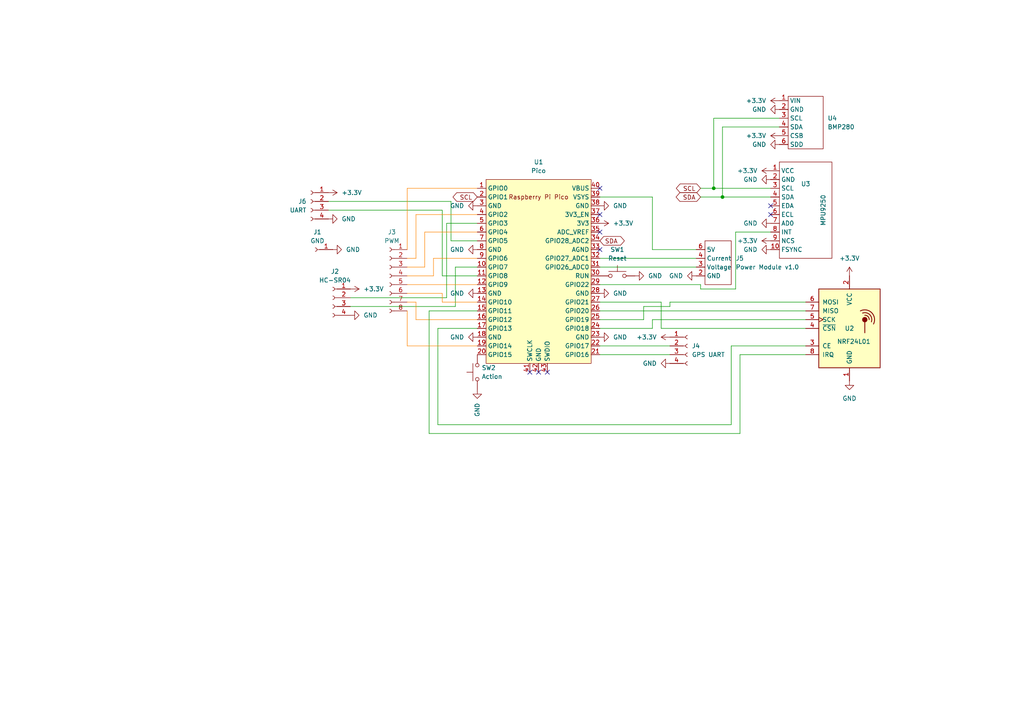
<source format=kicad_sch>
(kicad_sch (version 20211123) (generator eeschema)
  (paper "A4")
  (title_block (title "Lawnmower Deja vu") (company "AlexApps99"))
  (lib_symbols
    (symbol "Connector:Conn_01x01_Female" (pin_names (offset 1.016) hide)
      (property "Reference" "J" (at 0 2.54 0))
      (property "Value" "Conn_01x01_Female" (at 0 -2.54 0))
      (symbol "Conn_01x01_Female_1_1"
        (polyline (pts (xy -1.27 0) (xy -0.508 0)) (stroke (width 0.1524)))
        (arc (start 0 0.508) (mid -0.508 0) (end 0 -0.508) (stroke (width 0.1524)))
        (pin passive line (at -5.08 0 0) (length 3.81) (name "Pin_1") (number "1"))
      )
    )
    (symbol "Connector:Conn_01x04_Female" (pin_names (offset 1.016) hide)
      (property "Reference" "J" (at 0 5.08 0))
      (property "Value" "Conn_01x04_Female" (at 0 -7.62 0))
      (symbol "Conn_01x04_Female_1_1"
        (arc (start 0 -4.572) (mid -0.508 -5.08) (end 0 -5.588) (stroke (width 0.1524)))
        (arc (start 0 -2.032) (mid -0.508 -2.54) (end 0 -3.048) (stroke (width 0.1524)))
        (polyline (pts (xy -1.27 -5.08) (xy -0.508 -5.08)) (stroke (width 0.1524)))
        (polyline (pts (xy -1.27 -2.54) (xy -0.508 -2.54)) (stroke (width 0.1524)))
        (polyline (pts (xy -1.27 0) (xy -0.508 0)) (stroke (width 0.1524)))
        (polyline (pts (xy -1.27 2.54) (xy -0.508 2.54)) (stroke (width 0.1524)))
        (arc (start 0 0.508) (mid -0.508 0) (end 0 -0.508) (stroke (width 0.1524)))
        (arc (start 0 3.048) (mid -0.508 2.54) (end 0 2.032) (stroke (width 0.1524)))
        (pin passive line (at -5.08 2.54 0) (length 3.81) (name "Pin_1") (number "1"))
        (pin passive line (at -5.08 0 0) (length 3.81) (name "Pin_2") (number "2"))
        (pin passive line (at -5.08 -2.54 0) (length 3.81) (name "Pin_3") (number "3"))
        (pin passive line (at -5.08 -5.08 0) (length 3.81) (name "Pin_4") (number "4"))
      )
    )
    (symbol "Connector:Conn_01x08_Female" (pin_names (offset 1.016) hide)
      (property "Reference" "J" (at 0 10.16 0))
      (property "Value" "Conn_01x08_Female" (at 0 -12.7 0))
      (symbol "Conn_01x08_Female_1_1"
        (arc (start 0 -9.652) (mid -0.508 -10.16) (end 0 -10.668) (stroke (width 0.1524)))
        (arc (start 0 -7.112) (mid -0.508 -7.62) (end 0 -8.128) (stroke (width 0.1524)))
        (arc (start 0 -4.572) (mid -0.508 -5.08) (end 0 -5.588) (stroke (width 0.1524)))
        (arc (start 0 -2.032) (mid -0.508 -2.54) (end 0 -3.048) (stroke (width 0.1524)))
        (polyline (pts (xy -1.27 -10.16) (xy -0.508 -10.16)) (stroke (width 0.1524)))
        (polyline (pts (xy -1.27 -7.62) (xy -0.508 -7.62)) (stroke (width 0.1524)))
        (polyline (pts (xy -1.27 -5.08) (xy -0.508 -5.08)) (stroke (width 0.1524)))
        (polyline (pts (xy -1.27 -2.54) (xy -0.508 -2.54)) (stroke (width 0.1524)))
        (polyline (pts (xy -1.27 0) (xy -0.508 0)) (stroke (width 0.1524)))
        (polyline (pts (xy -1.27 2.54) (xy -0.508 2.54)) (stroke (width 0.1524)))
        (polyline (pts (xy -1.27 5.08) (xy -0.508 5.08)) (stroke (width 0.1524)))
        (polyline (pts (xy -1.27 7.62) (xy -0.508 7.62)) (stroke (width 0.1524)))
        (arc (start 0 0.508) (mid -0.508 0) (end 0 -0.508) (stroke (width 0.1524)))
        (arc (start 0 3.048) (mid -0.508 2.54) (end 0 2.032) (stroke (width 0.1524)))
        (arc (start 0 5.588) (mid -0.508 5.08) (end 0 4.572) (stroke (width 0.1524)))
        (arc (start 0 8.128) (mid -0.508 7.62) (end 0 7.112) (stroke (width 0.1524)))
        (pin passive line (at -5.08 7.62 0) (length 3.81) (name "Pin_1") (number "1"))
        (pin passive line (at -5.08 5.08 0) (length 3.81) (name "Pin_2") (number "2"))
        (pin passive line (at -5.08 2.54 0) (length 3.81) (name "Pin_3") (number "3"))
        (pin passive line (at -5.08 0 0) (length 3.81) (name "Pin_4") (number "4"))
        (pin passive line (at -5.08 -2.54 0) (length 3.81) (name "Pin_5") (number "5"))
        (pin passive line (at -5.08 -5.08 0) (length 3.81) (name "Pin_6") (number "6"))
        (pin passive line (at -5.08 -7.62 0) (length 3.81) (name "Pin_7") (number "7"))
        (pin passive line (at -5.08 -10.16 0) (length 3.81) (name "Pin_8") (number "8"))
      )
    )
    (symbol "RF:NRF24L01_Breakout" (pin_names (offset 1.016))
      (property "Reference" "U" (at -8.89 12.7 0))
      (property "Value" "NRF24L01_Breakout" (at 3.81 12.7 0))
      (symbol "NRF24L01_Breakout_0_1"
        (rectangle (start -8.89 11.43) (end 8.89 -11.43) (stroke (width 0.254)) (fill (type background)))
        (polyline (pts (xy 4.445 1.905) (xy 4.445 -1.27)) (stroke (width 0.254)))
        (circle (center 4.445 2.54) (radius 0.635) (stroke (width 0.254)) (fill (type outline)))
        (arc (start 5.715 2.54) (mid 5.3521 3.4546) (end 4.445 3.81) (stroke (width 0.254)))
        (arc (start 6.35 1.905) (mid 5.8763 3.9854) (end 3.81 4.445) (stroke (width 0.254)))
        (arc (start 6.985 1.27) (mid 6.453 4.548) (end 3.175 5.08) (stroke (width 0.254)))
      )
      (symbol "NRF24L01_Breakout_1_1"
        (pin power_in line (at 0 -15.24 90) (length 3.81) (name "GND") (number "1"))
        (pin power_in line (at 0 15.24 270) (length 3.81) (name "VCC") (number "2"))
        (pin input line (at -12.7 -5.08 0) (length 3.81) (name "CE") (number "3"))
        (pin input line (at -12.7 0 0) (length 3.81) (name "~{CSN}") (number "4"))
        (pin input clock (at -12.7 2.54 0) (length 3.81) (name "SCK") (number "5"))
        (pin input line (at -12.7 7.62 0) (length 3.81) (name "MOSI") (number "6"))
        (pin output line (at -12.7 5.08 0) (length 3.81) (name "MISO") (number "7"))
        (pin output line (at -12.7 -7.62 0) (length 3.81) (name "IRQ") (number "8"))
      )
    )
    (symbol "RPi Pico:BMP280"
      (property "Reference" "U" (at 0 0 0))
      (property "Value" "BMP280" (at 3.81 0 90))
      (symbol "BMP280_0_1"
        (rectangle (start -5.08 7.62) (end 5.08 -7.62))
      )
      (symbol "BMP280_1_1"
        (pin power_in line (at -7.62 6.35 0) (length 2.54) (name "VIN") (number "1"))
        (pin power_in line (at -7.62 3.81 0) (length 2.54) (name "GND") (number "2"))
        (pin bidirectional line (at -7.62 1.27 0) (length 2.54) (name "SCL") (number "3"))
        (pin bidirectional line (at -7.62 -1.27 0) (length 2.54) (name "SDA") (number "4"))
        (pin input line (at -7.62 -3.81 0) (length 2.54) (name "CSB") (number "5"))
        (pin input line (at -7.62 -6.35 0) (length 2.54) (name "SDD") (number "6"))
      )
    )
    (symbol "RPi Pico:GM1.0"
      (property "Reference" "J" (at 0 10.16 0))
      (property "Value" "GM1.0" (at 0 7.62 0))
      (symbol "GM1.0_0_1"
        (rectangle (start -3.81 6.35) (end 3.81 -6.35))
      )
      (symbol "GM1.0_1_1"
        (pin passive line (at -6.35 -3.81 0) (length 2.54) hide (name "GND") (number "1"))
        (pin power_out line (at -6.35 -3.81 0) (length 2.54) (name "GND") (number "2"))
        (pin output line (at -6.35 -1.27 0) (length 2.54) (name "Voltage") (number "3"))
        (pin output line (at -6.35 1.27 0) (length 2.54) (name "Current") (number "4"))
        (pin passive line (at -6.35 3.81 0) (length 2.54) hide (name "5V") (number "5"))
        (pin power_out line (at -6.35 3.81 0) (length 2.54) (name "5V") (number "6"))
        (pin no_connect line (at 0 -8.89 90) (length 2.54) hide (name "") (number "MP"))
      )
    )
    (symbol "RPi Pico:MPU9250"
      (property "Reference" "U" (at 0 0 0))
      (property "Value" "MPU9250" (at 5.08 -7.62 90))
      (symbol "MPU9250_0_1"
        (rectangle (start -7.62 6.35) (end 7.62 -21.59))
      )
      (symbol "MPU9250_1_1"
        (pin power_in line (at -10.16 3.81 0) (length 2.54) (name "VCC") (number "1"))
        (pin input line (at -10.16 -19.05 0) (length 2.54) (name "FSYNC") (number "10"))
        (pin power_in line (at -10.16 1.27 0) (length 2.54) (name "GND") (number "2"))
        (pin bidirectional line (at -10.16 -1.27 0) (length 2.54) (name "SCL") (number "3"))
        (pin bidirectional line (at -10.16 -3.81 0) (length 2.54) (name "SDA") (number "4"))
        (pin bidirectional line (at -10.16 -6.35 0) (length 2.54) (name "EDA") (number "5"))
        (pin bidirectional line (at -10.16 -8.89 0) (length 2.54) (name "ECL") (number "6"))
        (pin input line (at -10.16 -11.43 0) (length 2.54) (name "AD0") (number "7"))
        (pin output line (at -10.16 -13.97 0) (length 2.54) (name "INT") (number "8"))
        (pin input line (at -10.16 -16.51 0) (length 2.54) (name "NCS") (number "9"))
      )
    )
    (symbol "RPi Pico:Pico"
      (property "Reference" "U" (at -13.97 27.94 0))
      (property "Value" "Pico" (at 0 19.05 0))
      (symbol "Pico_0_0"
        (text "Raspberry Pi Pico" (at 0 21.59 0) (effects (font (size 1.27 1.27))))
      )
      (symbol "Pico_0_1"
        (rectangle (start -15.24 26.67) (end 15.24 -26.67) (fill (type background)))
      )
      (symbol "Pico_1_1"
        (pin bidirectional line (at -17.78 24.13 0) (length 2.54) (name "GPIO0") (number "1"))
        (pin bidirectional line (at -17.78 1.27 0) (length 2.54) (name "GPIO7") (number "10"))
        (pin bidirectional line (at -17.78 -1.27 0) (length 2.54) (name "GPIO8") (number "11"))
        (pin bidirectional line (at -17.78 -3.81 0) (length 2.54) (name "GPIO9") (number "12"))
        (pin power_in line (at -17.78 -6.35 0) (length 2.54) (name "GND") (number "13"))
        (pin bidirectional line (at -17.78 -8.89 0) (length 2.54) (name "GPIO10") (number "14"))
        (pin bidirectional line (at -17.78 -11.43 0) (length 2.54) (name "GPIO11") (number "15"))
        (pin bidirectional line (at -17.78 -13.97 0) (length 2.54) (name "GPIO12") (number "16"))
        (pin bidirectional line (at -17.78 -16.51 0) (length 2.54) (name "GPIO13") (number "17"))
        (pin power_in line (at -17.78 -19.05 0) (length 2.54) (name "GND") (number "18"))
        (pin bidirectional line (at -17.78 -21.59 0) (length 2.54) (name "GPIO14") (number "19"))
        (pin bidirectional line (at -17.78 21.59 0) (length 2.54) (name "GPIO1") (number "2"))
        (pin bidirectional line (at -17.78 -24.13 0) (length 2.54) (name "GPIO15") (number "20"))
        (pin bidirectional line (at 17.78 -24.13 180) (length 2.54) (name "GPIO16") (number "21"))
        (pin bidirectional line (at 17.78 -21.59 180) (length 2.54) (name "GPIO17") (number "22"))
        (pin power_in line (at 17.78 -19.05 180) (length 2.54) (name "GND") (number "23"))
        (pin bidirectional line (at 17.78 -16.51 180) (length 2.54) (name "GPIO18") (number "24"))
        (pin bidirectional line (at 17.78 -13.97 180) (length 2.54) (name "GPIO19") (number "25"))
        (pin bidirectional line (at 17.78 -11.43 180) (length 2.54) (name "GPIO20") (number "26"))
        (pin bidirectional line (at 17.78 -8.89 180) (length 2.54) (name "GPIO21") (number "27"))
        (pin power_in line (at 17.78 -6.35 180) (length 2.54) (name "GND") (number "28"))
        (pin bidirectional line (at 17.78 -3.81 180) (length 2.54) (name "GPIO22") (number "29"))
        (pin power_in line (at -17.78 19.05 0) (length 2.54) (name "GND") (number "3"))
        (pin input line (at 17.78 -1.27 180) (length 2.54) (name "RUN") (number "30"))
        (pin bidirectional line (at 17.78 1.27 180) (length 2.54) (name "GPIO26_ADC0") (number "31"))
        (pin bidirectional line (at 17.78 3.81 180) (length 2.54) (name "GPIO27_ADC1") (number "32"))
        (pin power_in line (at 17.78 6.35 180) (length 2.54) (name "AGND") (number "33"))
        (pin bidirectional line (at 17.78 8.89 180) (length 2.54) (name "GPIO28_ADC2") (number "34"))
        (pin power_out line (at 17.78 11.43 180) (length 2.54) (name "ADC_VREF") (number "35"))
        (pin power_out line (at 17.78 13.97 180) (length 2.54) (name "3V3") (number "36"))
        (pin input line (at 17.78 16.51 180) (length 2.54) (name "3V3_EN") (number "37"))
        (pin power_in line (at 17.78 19.05 180) (length 2.54) (name "GND") (number "38"))
        (pin power_in line (at 17.78 21.59 180) (length 2.54) (name "VSYS") (number "39"))
        (pin bidirectional line (at -17.78 16.51 0) (length 2.54) (name "GPIO2") (number "4"))
        (pin power_in line (at 17.78 24.13 180) (length 2.54) (name "VBUS") (number "40"))
        (pin input line (at -2.54 -29.21 90) (length 2.54) (name "SWCLK") (number "41"))
        (pin power_in line (at 0 -29.21 90) (length 2.54) (name "GND") (number "42"))
        (pin bidirectional line (at 2.54 -29.21 90) (length 2.54) (name "SWDIO") (number "43"))
        (pin bidirectional line (at -17.78 13.97 0) (length 2.54) (name "GPIO3") (number "5"))
        (pin bidirectional line (at -17.78 11.43 0) (length 2.54) (name "GPIO4") (number "6"))
        (pin bidirectional line (at -17.78 8.89 0) (length 2.54) (name "GPIO5") (number "7"))
        (pin power_in line (at -17.78 6.35 0) (length 2.54) (name "GND") (number "8"))
        (pin bidirectional line (at -17.78 3.81 0) (length 2.54) (name "GPIO6") (number "9"))
      )
    )
    (symbol "Switch:SW_Push" (pin_numbers hide) (pin_names (offset 1.016) hide)
      (property "Reference" "SW" (at 1.27 2.54 0))
      (property "Value" "SW_Push" (at 0 -1.524 0))
      (symbol "SW_Push_0_1"
        (circle (center -2.032 0) (radius 0.508))
        (polyline (pts (xy 0 1.27) (xy 0 3.048)))
        (polyline (pts (xy 2.54 1.27) (xy -2.54 1.27)))
        (circle (center 2.032 0) (radius 0.508))
        (pin passive line (at -5.08 0 0) (length 2.54) (name "1") (number "1"))
        (pin passive line (at 5.08 0 180) (length 2.54) (name "2") (number "2"))
      )
    )
    (symbol "power:+3.3V" (power) (pin_names (offset 0))
      (property "Value" "+3.3V" (at 0 3.556 0))
      (symbol "+3.3V_0_1"
        (polyline (pts (xy -0.762 1.27) (xy 0 2.54)))
        (polyline (pts (xy 0 0) (xy 0 2.54)))
        (polyline (pts (xy 0 2.54) (xy 0.762 1.27)))
      )
      (symbol "+3.3V_1_1"
        (pin power_in line (at 0 0 90) (length 0) hide (name "+3.3V") (number "1"))
      )
    )
    (symbol "power:GND" (power) (pin_names (offset 0))
      (property "Value" "GND" (at 0 -3.81 0))
      (symbol "GND_0_1"
        (polyline (pts (xy 0 0) (xy 0 -1.27) (xy 1.27 -1.27) (xy 0 -2.54) (xy -1.27 -1.27) (xy 0 -1.27)))
      )
      (symbol "GND_1_1"
        (pin power_in line (at 0 0 270) (length 0) hide (name "GND") (number "1"))
      )
    )
  )
  (junction (at 207.01 54.61))
  (junction (at 209.55 57.15))
  (no_connect (at 223.52 62.23))
  (no_connect (at 223.52 59.69))
  (no_connect (at 173.99 67.31))
  (no_connect (at 173.99 62.23))
  (no_connect (at 173.99 72.39))
  (no_connect (at 173.99 54.61))
  (no_connect (at 153.67 107.95))
  (no_connect (at 156.21 107.95))
  (no_connect (at 158.75 107.95))
  (wire (pts (xy 130.81 69.85) (xy 130.81 58.42)))
  (wire (pts (xy 233.68 95.25) (xy 191.77 95.25)))
  (wire (pts (xy 124.46 125.73) (xy 124.46 90.17)))
  (wire (pts (xy 118.11 90.17) (xy 118.11 100.33)) (stroke (width 0) (color 255 136 8 1)))
  (wire (pts (xy 203.2 57.15) (xy 209.55 57.15)))
  (wire (pts (xy 209.55 36.83) (xy 209.55 57.15)))
  (wire (pts (xy 191.77 95.25) (xy 191.77 87.63)))
  (wire (pts (xy 214.63 102.87) (xy 214.63 125.73)))
  (wire (pts (xy 233.68 87.63) (xy 194.31 87.63)))
  (wire (pts (xy 130.81 58.42) (xy 95.25 58.42)))
  (wire (pts (xy 118.11 72.39) (xy 118.11 54.61)) (stroke (width 0) (color 255 136 8 1)))
  (wire (pts (xy 194.31 88.9) (xy 186.69 88.9)))
  (wire (pts (xy 120.65 87.63) (xy 120.65 92.71)) (stroke (width 0) (color 255 136 8 1)))
  (wire (pts (xy 118.11 74.93) (xy 120.65 74.93)) (stroke (width 0) (color 255 136 8 1)))
  (wire (pts (xy 213.36 83.82) (xy 203.2 83.82)))
  (wire (pts (xy 203.2 83.82) (xy 203.2 82.55)))
  (wire (pts (xy 123.19 67.31) (xy 138.43 67.31)) (stroke (width 0) (color 255 136 8 1)))
  (wire (pts (xy 191.77 87.63) (xy 173.99 87.63)))
  (wire (pts (xy 207.01 54.61) (xy 223.52 54.61)))
  (wire (pts (xy 186.69 88.9) (xy 186.69 92.71)))
  (wire (pts (xy 233.68 92.71) (xy 189.23 92.71)))
  (wire (pts (xy 118.11 54.61) (xy 138.43 54.61)) (stroke (width 0) (color 255 136 8 1)))
  (wire (pts (xy 128.27 60.96) (xy 95.25 60.96)))
  (wire (pts (xy 127 95.25) (xy 138.43 95.25)))
  (wire (pts (xy 233.68 100.33) (xy 212.09 100.33)))
  (wire (pts (xy 128.27 87.63) (xy 138.43 87.63)) (stroke (width 0) (color 255 136 8 1)))
  (wire (pts (xy 189.23 57.15) (xy 173.99 57.15)))
  (wire (pts (xy 120.65 92.71) (xy 138.43 92.71)) (stroke (width 0) (color 255 136 8 1)))
  (wire (pts (xy 118.11 82.55) (xy 138.43 82.55)) (stroke (width 0) (color 255 136 8 1)))
  (wire (pts (xy 101.6 88.9) (xy 132.08 88.9)))
  (wire (pts (xy 203.2 82.55) (xy 173.99 82.55)))
  (wire (pts (xy 209.55 57.15) (xy 223.52 57.15)))
  (wire (pts (xy 214.63 125.73) (xy 124.46 125.73)))
  (wire (pts (xy 173.99 100.33) (xy 194.31 100.33)))
  (wire (pts (xy 203.2 54.61) (xy 207.01 54.61)))
  (wire (pts (xy 223.52 67.31) (xy 213.36 67.31)))
  (wire (pts (xy 120.65 62.23) (xy 138.43 62.23)) (stroke (width 0) (color 255 136 8 1)))
  (wire (pts (xy 207.01 34.29) (xy 207.01 54.61)))
  (wire (pts (xy 214.63 102.87) (xy 233.68 102.87)))
  (wire (pts (xy 138.43 69.85) (xy 130.81 69.85)))
  (wire (pts (xy 213.36 67.31) (xy 213.36 83.82)))
  (wire (pts (xy 118.11 100.33) (xy 138.43 100.33)) (stroke (width 0) (color 255 136 8 1)))
  (wire (pts (xy 189.23 95.25) (xy 173.99 95.25)))
  (wire (pts (xy 118.11 85.09) (xy 128.27 85.09)) (stroke (width 0) (color 255 136 8 1)))
  (wire (pts (xy 118.11 87.63) (xy 120.65 87.63)) (stroke (width 0) (color 255 136 8 1)))
  (wire (pts (xy 132.08 88.9) (xy 132.08 77.47)))
  (wire (pts (xy 201.93 72.39) (xy 189.23 72.39)))
  (wire (pts (xy 194.31 87.63) (xy 194.31 88.9)))
  (wire (pts (xy 124.46 90.17) (xy 138.43 90.17)))
  (wire (pts (xy 125.73 74.93) (xy 138.43 74.93)) (stroke (width 0) (color 255 136 8 1)))
  (wire (pts (xy 189.23 92.71) (xy 189.23 95.25)))
  (wire (pts (xy 128.27 85.09) (xy 128.27 87.63)) (stroke (width 0) (color 255 136 8 1)))
  (wire (pts (xy 212.09 100.33) (xy 212.09 123.19)))
  (wire (pts (xy 123.19 77.47) (xy 123.19 67.31)) (stroke (width 0) (color 255 136 8 1)))
  (wire (pts (xy 173.99 90.17) (xy 233.68 90.17)))
  (wire (pts (xy 226.06 34.29) (xy 207.01 34.29)))
  (wire (pts (xy 128.27 80.01) (xy 128.27 60.96)))
  (wire (pts (xy 173.99 74.93) (xy 201.93 74.93)))
  (wire (pts (xy 125.73 80.01) (xy 125.73 74.93)) (stroke (width 0) (color 255 136 8 1)))
  (wire (pts (xy 129.54 64.77) (xy 138.43 64.77)))
  (wire (pts (xy 118.11 80.01) (xy 125.73 80.01)) (stroke (width 0) (color 255 136 8 1)))
  (wire (pts (xy 173.99 102.87) (xy 194.31 102.87)))
  (wire (pts (xy 132.08 77.47) (xy 138.43 77.47)))
  (wire (pts (xy 120.65 74.93) (xy 120.65 62.23)) (stroke (width 0) (color 255 136 8 1)))
  (wire (pts (xy 129.54 86.36) (xy 129.54 64.77)))
  (wire (pts (xy 226.06 36.83) (xy 209.55 36.83)))
  (wire (pts (xy 212.09 123.19) (xy 127 123.19)))
  (wire (pts (xy 173.99 77.47) (xy 201.93 77.47)))
  (wire (pts (xy 138.43 80.01) (xy 128.27 80.01)))
  (wire (pts (xy 118.11 77.47) (xy 123.19 77.47)) (stroke (width 0) (color 255 136 8 1)))
  (wire (pts (xy 186.69 92.71) (xy 173.99 92.71)))
  (wire (pts (xy 189.23 72.39) (xy 189.23 57.15)))
  (wire (pts (xy 127 123.19) (xy 127 95.25)))
  (wire (pts (xy 101.6 86.36) (xy 129.54 86.36)))
  (global_label "SDA" (shape bidirectional) (at 203.2 57.15 180) (property "Intersheet References" "${INTERSHEET_REFS}" (effects hide)))
  (global_label "SCL" (shape bidirectional) (at 203.2 54.61 180) (property "Intersheet References" "${INTERSHEET_REFS}" (effects hide)))
  (global_label "SCL" (shape bidirectional) (at 138.43 57.15 180) (property "Intersheet References" "${INTERSHEET_REFS}" (effects hide)))
  (global_label "SDA" (shape bidirectional) (at 173.99 69.85 0) (property "Intersheet References" "${INTERSHEET_REFS}" (effects hide)))
  (symbol (lib_id "power:GND") (at 173.99 59.69 90) (unit 1)
    (property "Reference" "#PWR010" (effects hide))
    (property "Value" "GND" (at 177.8 59.6899 90) (effects (justify right)))
  )
  (symbol (lib_id "Switch:SW_Push") (at 179.07 80.01 0) (unit 1)
    (property "Reference" "SW1" (at 179.07 72.39 0))
    (property "Value" "Reset" (at 179.07 74.93 0))
    (property "Footprint" "Button_Switch_THT:SW_PUSH_6mm_H8mm" (effects hide))
  )
  (symbol (lib_id "RPi Pico:BMP280") (at 233.68 35.56 0) (unit 1)
    (property "Reference" "U4" (at 240.03 34.2899 0) (effects (justify left)))
    (property "Value" "BMP280" (at 240.03 36.8299 0) (effects (justify left)))
    (property "Footprint" "MCU_RaspberryPi_and_Boards:BMP280" (effects hide))
  )
  (symbol (lib_id "power:+3.3V") (at 223.52 49.53 90) (unit 1)
    (property "Reference" "#PWR019" (effects hide))
    (property "Value" "+3.3V" (at 219.71 49.5299 90) (effects (justify left)))
  )
  (symbol (lib_id "power:+3.3V") (at 226.06 29.21 90) (unit 1)
    (property "Reference" "#PWR026" (effects hide))
    (property "Value" "+3.3V" (at 222.25 29.2099 90) (effects (justify left)))
  )
  (symbol (lib_id "power:+3.3V") (at 194.31 97.79 90) (unit 1)
    (property "Reference" "#PWR017" (effects hide))
    (property "Value" "+3.3V" (at 190.5 97.7899 90) (effects (justify left)))
  )
  (symbol (lib_id "power:GND") (at 138.43 113.03 0) (unit 1)
    (property "Reference" "#PWR016" (effects hide))
    (property "Value" "GND" (at 138.4299 116.84 90) (effects (justify right)))
  )
  (symbol (lib_id "power:GND") (at 223.52 72.39 270) (unit 1)
    (property "Reference" "#PWR023" (effects hide))
    (property "Value" "GND" (at 219.71 72.3899 90) (effects (justify right)))
  )
  (symbol (lib_id "power:GND") (at 173.99 97.79 90) (unit 1)
    (property "Reference" "#PWR013" (effects hide))
    (property "Value" "GND" (at 177.8 97.7899 90) (effects (justify right)))
  )
  (symbol (lib_id "power:GND") (at 138.43 85.09 270) (unit 1)
    (property "Reference" "#PWR06" (effects hide))
    (property "Value" "GND" (at 134.62 85.0899 90) (effects (justify right)))
  )
  (symbol (lib_id "Connector:Conn_01x04_Female") (at 90.17 58.42 0) (mirror y) (unit 1)
    (property "Reference" "J6" (at 88.9 58.4199 0) (effects (justify left)))
    (property "Value" "UART" (at 88.9 60.9599 0) (effects (justify left)))
    (property "Footprint" "Connector_PinSocket_2.54mm:PinSocket_1x04_P2.54mm_Vertical" (effects hide))
  )
  (symbol (lib_id "power:GND") (at 194.31 105.41 270) (unit 1)
    (property "Reference" "#PWR018" (effects hide))
    (property "Value" "GND" (at 190.5 105.4099 90) (effects (justify right)))
  )
  (symbol (lib_id "power:GND") (at 226.06 31.75 270) (unit 1)
    (property "Reference" "#PWR027" (effects hide))
    (property "Value" "GND" (at 222.25 31.7499 90) (effects (justify right)))
  )
  (symbol (lib_id "power:+3.3V") (at 173.99 64.77 270) (unit 1)
    (property "Reference" "#PWR011" (effects hide))
    (property "Value" "+3.3V" (at 177.8 64.7699 90) (effects (justify left)))
  )
  (symbol (lib_id "Switch:SW_Push") (at 138.43 107.95 90) (mirror x) (unit 1)
    (property "Reference" "SW2" (at 139.7 106.6799 90) (effects (justify right)))
    (property "Value" "Action" (at 139.7 109.2199 90) (effects (justify right)))
    (property "Footprint" "Button_Switch_THT:SW_PUSH_6mm_H8mm" (effects hide))
  )
  (symbol (lib_id "power:GND") (at 95.25 63.5 90) (mirror x) (unit 1)
    (property "Reference" "#PWR024" (effects hide))
    (property "Value" "GND" (at 99.06 63.4999 90) (effects (justify right)))
  )
  (symbol (lib_id "RPi Pico:GM1.0") (at 208.28 76.2 0) (unit 1)
    (property "Reference" "J5" (at 213.36 74.9299 0) (effects (justify left)))
    (property "Value" "Power Module v1.0" (at 213.36 77.4699 0) (effects (justify left)))
    (property "Footprint" "Connector_JST:JST_GH_SM06B-GHS-TB_1x06-1MP_P1.25mm_Horizontal" (effects hide))
  )
  (symbol (lib_id "power:+3.3V") (at 95.25 55.88 270) (mirror x) (unit 1)
    (property "Reference" "#PWR09" (effects hide))
    (property "Value" "+3.3V" (at 99.06 55.8799 90) (effects (justify left)))
  )
  (symbol (lib_id "power:GND") (at 138.43 97.79 270) (unit 1)
    (property "Reference" "#PWR07" (effects hide))
    (property "Value" "GND" (at 134.62 97.7899 90) (effects (justify right)))
  )
  (symbol (lib_id "power:GND") (at 223.52 52.07 270) (unit 1)
    (property "Reference" "#PWR020" (effects hide))
    (property "Value" "GND" (at 219.71 52.0699 90) (effects (justify right)))
  )
  (symbol (lib_id "Connector:Conn_01x04_Female") (at 199.39 100.33 0) (unit 1)
    (property "Reference" "J4" (at 200.66 100.3299 0) (effects (justify left)))
    (property "Value" "GPS UART" (at 200.66 102.8699 0) (effects (justify left)))
    (property "Footprint" "Connector_PinSocket_2.54mm:PinSocket_1x04_P2.54mm_Vertical" (effects hide))
  )
  (symbol (lib_id "power:GND") (at 138.43 59.69 270) (unit 1)
    (property "Reference" "#PWR04" (effects hide))
    (property "Value" "GND" (at 134.62 59.6899 90) (effects (justify right)))
  )
  (symbol (lib_id "power:GND") (at 138.43 72.39 270) (unit 1)
    (property "Reference" "#PWR05" (effects hide))
    (property "Value" "GND" (at 134.62 72.3899 90) (effects (justify right)))
  )
  (symbol (lib_id "power:GND") (at 201.93 80.01 270) (unit 1)
    (property "Reference" "#PWR025" (effects hide))
    (property "Value" "GND" (at 198.12 80.0099 90) (effects (justify right)))
  )
  (symbol (lib_id "RPi Pico:Pico") (at 156.21 78.74 0) (unit 1)
    (property "Reference" "U1" (at 156.21 46.99 0))
    (property "Value" "Pico" (at 156.21 49.53 0))
    (property "Footprint" "MCU_RaspberryPi_and_Boards:RPi_Pico_SMD_TH" (effects hide))
  )
  (symbol (lib_id "power:GND") (at 96.52 72.39 90) (mirror x) (unit 1)
    (property "Reference" "#PWR01" (effects hide))
    (property "Value" "GND" (at 100.33 72.3899 90) (effects (justify right)))
  )
  (symbol (lib_id "Connector:Conn_01x08_Female") (at 113.03 80.01 0) (mirror y) (unit 1)
    (property "Reference" "J3" (at 113.665 67.31 0))
    (property "Value" "PWM" (at 113.665 69.85 0))
    (property "Footprint" "Connector_PinSocket_2.54mm:PinSocket_1x08_P2.54mm_Vertical" (effects hide))
  )
  (symbol (lib_id "power:GND") (at 184.15 80.01 90) (unit 1)
    (property "Reference" "#PWR015" (effects hide))
    (property "Value" "GND" (at 187.96 80.0099 90) (effects (justify right)))
  )
  (symbol (lib_id "power:+3.3V") (at 223.52 69.85 90) (unit 1)
    (property "Reference" "#PWR022" (effects hide))
    (property "Value" "+3.3V" (at 219.71 69.8499 90) (effects (justify left)))
  )
  (symbol (lib_id "power:GND") (at 246.38 110.49 0) (unit 1)
    (property "Reference" "#PWR08" (effects hide))
    (property "Value" "GND" (at 246.38 115.57 0))
  )
  (symbol (lib_id "power:GND") (at 223.52 64.77 270) (unit 1)
    (property "Reference" "#PWR021" (effects hide))
    (property "Value" "GND" (at 219.71 64.7699 90) (effects (justify right)))
  )
  (symbol (lib_id "power:GND") (at 226.06 41.91 270) (unit 1)
    (property "Reference" "#PWR029" (effects hide))
    (property "Value" "GND" (at 222.25 41.9099 90) (effects (justify right)))
  )
  (symbol (lib_id "power:+3.3V") (at 226.06 39.37 90) (unit 1)
    (property "Reference" "#PWR028" (effects hide))
    (property "Value" "+3.3V" (at 222.25 39.3699 90) (effects (justify left)))
  )
  (symbol (lib_id "Connector:Conn_01x04_Female") (at 96.52 86.36 0) (mirror y) (unit 1)
    (property "Reference" "J2" (at 97.155 78.74 0))
    (property "Value" "HC-SR04" (at 97.155 81.28 0))
    (property "Footprint" "Connector_PinSocket_2.54mm:PinSocket_1x04_P2.54mm_Vertical" (effects hide))
  )
  (symbol (lib_id "power:+3.3V") (at 101.6 83.82 270) (mirror x) (unit 1)
    (property "Reference" "#PWR02" (effects hide))
    (property "Value" "+3.3V" (at 105.41 83.8199 90) (effects (justify left)))
  )
  (symbol (lib_id "RPi Pico:MPU9250") (at 233.68 53.34 0) (unit 1)
    (property "Reference" "U3" (at 233.68 53.34 0))
    (property "Value" "MPU9250" (at 238.76 60.96 90))
    (property "Footprint" "MCU_RaspberryPi_and_Boards:MPU9250" (effects hide))
  )
  (symbol (lib_id "power:+3.3V") (at 246.38 80.01 0) (unit 1)
    (property "Reference" "#PWR014" (effects hide))
    (property "Value" "+3.3V" (at 246.38 74.93 0))
  )
  (symbol (lib_id "power:GND") (at 173.99 85.09 90) (unit 1)
    (property "Reference" "#PWR012" (effects hide))
    (property "Value" "GND" (at 177.8 85.0899 90) (effects (justify right)))
  )
  (symbol (lib_id "Connector:Conn_01x01_Female") (at 91.44 72.39 180) (unit 1)
    (property "Reference" "J1" (at 92.075 67.31 0))
    (property "Value" "GND" (at 92.075 69.85 0))
    (property "Footprint" "MCU_RaspberryPi_and_Boards:PowerRail8" (effects hide))
  )
  (symbol (lib_id "RF:NRF24L01_Breakout") (at 246.38 95.25 0) (unit 1)
    (property "Reference" "U2" (at 246.38 95.25 0))
    (property "Value" "NRF24L01" (at 247.65 99.06 0))
    (property "Footprint" "RF_Module:nRF24L01_Breakout" (effects hide))
    (property "Datasheet" "http://www.nordicsemi.com/eng/content/download/2730/34105/file/nRF24L01_Product_Specification_v2_0.pdf" (effects hide))
  )
  (symbol (lib_id "power:GND") (at 101.6 91.44 90) (mirror x) (unit 1)
    (property "Reference" "#PWR03" (effects hide))
    (property "Value" "GND" (at 105.41 91.4399 90) (effects (justify right)))
  )
)
</source>
